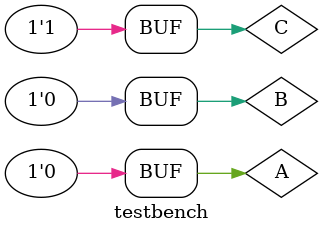
<source format=v>
module D(out, a, b, c);
output out;
input a, b, c;
wire e;
and a1(e, a, b);
or  o1(out, e, c);
endmodule

module testbench;
wire OUT,A,B,C;
assign A = 0;
assign B = 0;
assign C  = 1;
D u_D(.out(OUT), .a(A ), .b(B), .c(C));

`ifndef  VCD_DUMP_EN
	`define VCD_DUMP_EN
	initial begin
		$dumpfile("exm_1.vcd"); 
		$dumpvars(0, testbench);
	end
`endif
endmodule

</source>
